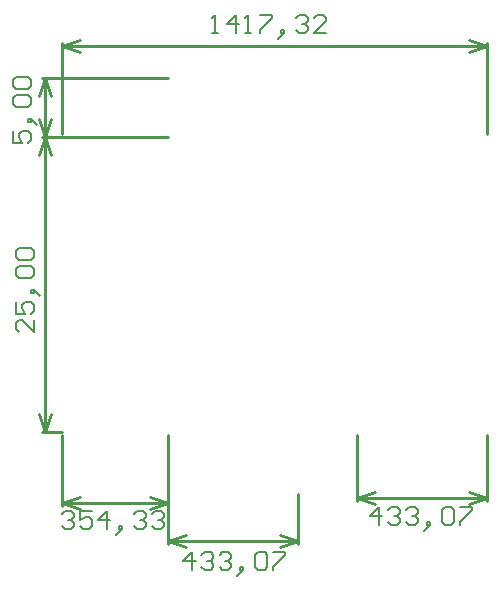
<source format=gm1>
G04 Layer_Color=16711935*
%FSLAX42Y42*%
%MOMM*%
G71*
G01*
G75*
%ADD17C,0.25*%
%ADD35C,0.15*%
D17*
X3600Y-79D02*
Y475D01*
X2500Y-79D02*
Y475D01*
X3050Y-54D02*
X3600D01*
X2500D02*
X3050D01*
X3448Y-3D02*
X3600Y-54D01*
X3448Y-105D02*
X3600Y-54D01*
X2500D02*
X2652Y-105D01*
X2500Y-54D02*
X2652Y-3D01*
X2000Y-445D02*
Y-25D01*
X900Y-445D02*
Y-25D01*
X1450Y-420D02*
X2000D01*
X900D02*
X1450D01*
X1848Y-369D02*
X2000Y-420D01*
X1848Y-471D02*
X2000Y-420D01*
X900D02*
X1052Y-471D01*
X900Y-420D02*
X1052Y-369D01*
X900Y-123D02*
Y475D01*
X0Y-123D02*
Y475D01*
X450Y-98D02*
X900D01*
X0D02*
X450D01*
X748Y-47D02*
X900Y-98D01*
X748Y-149D02*
X900Y-98D01*
X0D02*
X152Y-149D01*
X0Y-98D02*
X152Y-47D01*
X-169Y3000D02*
X0D01*
X-169Y500D02*
X0D01*
X-143Y1750D02*
Y3000D01*
Y500D02*
Y1750D01*
X-194Y2848D02*
X-143Y3000D01*
X-93Y2848D01*
X-143Y500D02*
X-93Y652D01*
X-194D02*
X-143Y500D01*
X-169Y3500D02*
X900D01*
X-169Y3000D02*
X900D01*
X-143Y3250D02*
Y3500D01*
Y3000D02*
Y3250D01*
X-194Y3348D02*
X-143Y3500D01*
X-93Y3348D01*
X-143Y3000D02*
X-93Y3152D01*
X-194D02*
X-143Y3000D01*
X3600Y3025D02*
Y3794D01*
X0Y3025D02*
Y3794D01*
X1800Y3769D02*
X3600D01*
X0D02*
X1800D01*
X3448Y3820D02*
X3600Y3769D01*
X3448Y3718D02*
X3600Y3769D01*
X0D02*
X152Y3718D01*
X0Y3769D02*
X152Y3820D01*
D35*
X2682Y-285D02*
Y-133D01*
X2606Y-209D01*
X2708D01*
X2758Y-158D02*
X2784Y-133D01*
X2835D01*
X2860Y-158D01*
Y-183D01*
X2835Y-209D01*
X2809D01*
X2835D01*
X2860Y-234D01*
Y-260D01*
X2835Y-285D01*
X2784D01*
X2758Y-260D01*
X2911Y-158D02*
X2936Y-133D01*
X2987D01*
X3012Y-158D01*
Y-183D01*
X2987Y-209D01*
X2961D01*
X2987D01*
X3012Y-234D01*
Y-260D01*
X2987Y-285D01*
X2936D01*
X2911Y-260D01*
X3088Y-310D02*
X3114Y-285D01*
Y-260D01*
X3088D01*
Y-285D01*
X3114D01*
X3088Y-310D01*
X3063Y-336D01*
X3215Y-158D02*
X3241Y-133D01*
X3292D01*
X3317Y-158D01*
Y-260D01*
X3292Y-285D01*
X3241D01*
X3215Y-260D01*
Y-158D01*
X3368Y-133D02*
X3469D01*
Y-158D01*
X3368Y-260D01*
Y-285D01*
X1104Y-665D02*
Y-513D01*
X1028Y-589D01*
X1130D01*
X1180Y-538D02*
X1206Y-513D01*
X1257D01*
X1282Y-538D01*
Y-563D01*
X1257Y-589D01*
X1231D01*
X1257D01*
X1282Y-614D01*
Y-640D01*
X1257Y-665D01*
X1206D01*
X1180Y-640D01*
X1333Y-538D02*
X1358Y-513D01*
X1409D01*
X1434Y-538D01*
Y-563D01*
X1409Y-589D01*
X1383D01*
X1409D01*
X1434Y-614D01*
Y-640D01*
X1409Y-665D01*
X1358D01*
X1333Y-640D01*
X1510Y-690D02*
X1536Y-665D01*
Y-640D01*
X1510D01*
Y-665D01*
X1536D01*
X1510Y-690D01*
X1485Y-716D01*
X1637Y-538D02*
X1663Y-513D01*
X1714D01*
X1739Y-538D01*
Y-640D01*
X1714Y-665D01*
X1663D01*
X1637Y-640D01*
Y-538D01*
X1790Y-513D02*
X1891D01*
Y-538D01*
X1790Y-640D01*
Y-665D01*
X0Y-190D02*
X25Y-165D01*
X76D01*
X102Y-190D01*
Y-215D01*
X76Y-241D01*
X51D01*
X76D01*
X102Y-266D01*
Y-292D01*
X76Y-317D01*
X25D01*
X0Y-292D01*
X254Y-165D02*
X152D01*
Y-241D01*
X203Y-215D01*
X229D01*
X254Y-241D01*
Y-292D01*
X229Y-317D01*
X178D01*
X152Y-292D01*
X381Y-317D02*
Y-165D01*
X305Y-241D01*
X406D01*
X482Y-342D02*
X508Y-317D01*
Y-292D01*
X482D01*
Y-317D01*
X508D01*
X482Y-342D01*
X457Y-368D01*
X609Y-190D02*
X635Y-165D01*
X686D01*
X711Y-190D01*
Y-215D01*
X686Y-241D01*
X660D01*
X686D01*
X711Y-266D01*
Y-292D01*
X686Y-317D01*
X635D01*
X609Y-292D01*
X762Y-190D02*
X787Y-165D01*
X838D01*
X863Y-190D01*
Y-215D01*
X838Y-241D01*
X813D01*
X838D01*
X863Y-266D01*
Y-292D01*
X838Y-317D01*
X787D01*
X762Y-292D01*
X-239Y1453D02*
Y1351D01*
X-341Y1453D01*
X-366D01*
X-391Y1427D01*
Y1376D01*
X-366Y1351D01*
X-391Y1605D02*
Y1503D01*
X-315D01*
X-341Y1554D01*
Y1580D01*
X-315Y1605D01*
X-264D01*
X-239Y1580D01*
Y1529D01*
X-264Y1503D01*
X-214Y1681D02*
X-239Y1706D01*
X-264D01*
Y1681D01*
X-239D01*
Y1706D01*
X-214Y1681D01*
X-188Y1656D01*
X-366Y1808D02*
X-391Y1833D01*
Y1884D01*
X-366Y1910D01*
X-264D01*
X-239Y1884D01*
Y1833D01*
X-264Y1808D01*
X-366D01*
Y1960D02*
X-391Y1986D01*
Y2037D01*
X-366Y2062D01*
X-264D01*
X-239Y2037D01*
Y1986D01*
X-264Y1960D01*
X-366D01*
X-417Y3055D02*
Y2953D01*
X-341D01*
X-367Y3004D01*
Y3029D01*
X-341Y3055D01*
X-290D01*
X-265Y3029D01*
Y2978D01*
X-290Y2953D01*
X-240Y3131D02*
X-265Y3156D01*
X-290D01*
Y3131D01*
X-265D01*
Y3156D01*
X-240Y3131D01*
X-214Y3105D01*
X-392Y3258D02*
X-417Y3283D01*
Y3334D01*
X-392Y3359D01*
X-290D01*
X-265Y3334D01*
Y3283D01*
X-290Y3258D01*
X-392D01*
Y3410D02*
X-417Y3435D01*
Y3486D01*
X-392Y3512D01*
X-290D01*
X-265Y3486D01*
Y3435D01*
X-290Y3410D01*
X-392D01*
X1269Y3880D02*
X1320D01*
X1294D01*
Y4032D01*
X1269Y4007D01*
X1472Y3880D02*
Y4032D01*
X1396Y3956D01*
X1498D01*
X1548Y3880D02*
X1599D01*
X1574D01*
Y4032D01*
X1548Y4007D01*
X1675Y4032D02*
X1777D01*
Y4007D01*
X1675Y3905D01*
Y3880D01*
X1853Y3855D02*
X1878Y3880D01*
Y3905D01*
X1853D01*
Y3880D01*
X1878D01*
X1853Y3855D01*
X1828Y3829D01*
X1980Y4007D02*
X2005Y4032D01*
X2056D01*
X2082Y4007D01*
Y3982D01*
X2056Y3956D01*
X2031D01*
X2056D01*
X2082Y3931D01*
Y3905D01*
X2056Y3880D01*
X2005D01*
X1980Y3905D01*
X2234Y3880D02*
X2132D01*
X2234Y3982D01*
Y4007D01*
X2208Y4032D01*
X2158D01*
X2132Y4007D01*
M02*

</source>
